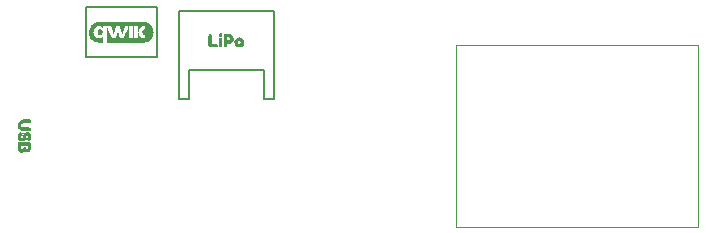
<source format=gbr>
%TF.GenerationSoftware,KiCad,Pcbnew,(7.0.0-0)*%
%TF.CreationDate,2024-05-26T10:43:26+02:00*%
%TF.ProjectId,SwitchFoil,53776974-6368-4466-9f69-6c2e6b696361,rev?*%
%TF.SameCoordinates,Original*%
%TF.FileFunction,Other,User*%
%FSLAX46Y46*%
G04 Gerber Fmt 4.6, Leading zero omitted, Abs format (unit mm)*
G04 Created by KiCad (PCBNEW (7.0.0-0)) date 2024-05-26 10:43:26*
%MOMM*%
%LPD*%
G01*
G04 APERTURE LIST*
%ADD10C,0.152400*%
%ADD11C,0.100000*%
G04 APERTURE END LIST*
D10*
%TO.C,U1*%
X105338415Y-78231720D02*
X99338415Y-78231720D01*
X105338415Y-78231720D02*
X105338415Y-82481720D01*
X115223415Y-78561720D02*
X107223415Y-78561720D01*
X107223415Y-78561720D02*
X107228415Y-86061720D01*
D11*
X151142165Y-81475470D02*
X151142165Y-96875470D01*
X130692165Y-81475470D02*
X151142165Y-81475470D01*
D10*
X105338415Y-82481720D02*
X99338415Y-82481720D01*
X99338415Y-82481720D02*
X99338415Y-78231720D01*
X114428415Y-83561720D02*
X114428415Y-86061720D01*
X108028415Y-83561720D02*
X114428415Y-83561720D01*
X115228415Y-86061720D02*
X115223415Y-78561720D01*
X114428415Y-86061720D02*
X115228415Y-86061720D01*
X108028415Y-86061720D02*
X108028415Y-83561720D01*
X107228415Y-86061720D02*
X108028415Y-86061720D01*
D11*
X151142165Y-96875470D02*
X130692165Y-96875470D01*
X130692165Y-96875470D02*
X130692165Y-81475470D01*
G36*
X110813840Y-80500695D02*
G01*
X110857496Y-80537208D01*
X110872578Y-80580864D01*
X110874959Y-80634045D01*
X110872578Y-80688020D01*
X110857496Y-80730089D01*
X110813840Y-80765807D01*
X110730496Y-80776920D01*
X110648740Y-80765807D01*
X110605084Y-80729295D01*
X110590002Y-80685639D01*
X110587621Y-80632457D01*
X110590002Y-80579276D01*
X110605084Y-80536414D01*
X110649534Y-80500695D01*
X110732084Y-80489582D01*
X110813840Y-80500695D01*
G37*
G36*
X110813840Y-80865820D02*
G01*
X110857496Y-80902333D01*
X110872578Y-80945989D01*
X110874959Y-81000758D01*
X110874959Y-81516695D01*
X110872578Y-81570670D01*
X110857496Y-81612739D01*
X110813840Y-81648458D01*
X110730496Y-81659570D01*
X110648740Y-81648458D01*
X110605084Y-81612739D01*
X110590002Y-81569876D01*
X110587621Y-81515108D01*
X110587621Y-80997583D01*
X110590002Y-80944401D01*
X110605084Y-80901539D01*
X110649534Y-80865820D01*
X110732084Y-80854708D01*
X110813840Y-80865820D01*
G37*
G36*
X109936746Y-80559433D02*
G01*
X109981196Y-80595945D01*
X109996277Y-80639601D01*
X109998659Y-80694370D01*
X109998659Y-81411920D01*
X110386009Y-81411920D01*
X110431252Y-81414301D01*
X110467765Y-81427001D01*
X110498721Y-81464308D01*
X110508246Y-81535745D01*
X110498721Y-81605595D01*
X110467765Y-81643695D01*
X110429665Y-81657189D01*
X110384421Y-81659570D01*
X109852609Y-81659570D01*
X109770059Y-81648458D01*
X109725609Y-81611945D01*
X109710527Y-81568289D01*
X109708146Y-81513520D01*
X109708146Y-80692783D01*
X109710527Y-80639601D01*
X109725609Y-80595945D01*
X109770059Y-80559433D01*
X109854196Y-80548320D01*
X109936746Y-80559433D01*
G37*
G36*
X112216749Y-81660717D02*
G01*
X112119912Y-81621294D01*
X112029071Y-81555589D01*
X111955870Y-81469776D01*
X111911949Y-81370028D01*
X111897309Y-81256345D01*
X111897508Y-81254758D01*
X112187821Y-81254758D01*
X112229096Y-81351595D01*
X112316409Y-81383345D01*
X112405309Y-81351595D01*
X112448171Y-81253170D01*
X112411659Y-81159508D01*
X112314821Y-81124583D01*
X112225128Y-81161889D01*
X112187821Y-81254758D01*
X111897508Y-81254758D01*
X111911067Y-81146367D01*
X111952342Y-81047148D01*
X112021134Y-80958689D01*
X112108975Y-80889456D01*
X112207400Y-80847917D01*
X112316409Y-80834070D01*
X112427975Y-80847652D01*
X112527723Y-80888398D01*
X112615652Y-80956308D01*
X112684003Y-81043796D01*
X112725014Y-81143280D01*
X112738684Y-81254758D01*
X112724132Y-81371703D01*
X112680475Y-81472774D01*
X112607715Y-81557970D01*
X112517492Y-81622352D01*
X112421448Y-81660981D01*
X112319584Y-81673858D01*
X112316409Y-81673452D01*
X112216749Y-81660717D01*
G37*
G36*
X100578886Y-80153546D02*
G01*
X100621100Y-80167431D01*
X100659386Y-80192012D01*
X100669389Y-80200568D01*
X100703606Y-80238324D01*
X100727792Y-80281659D01*
X100742407Y-80331901D01*
X100747906Y-80390379D01*
X100747218Y-80426408D01*
X100745040Y-80458211D01*
X100741555Y-80481882D01*
X100735442Y-80502578D01*
X100725381Y-80525455D01*
X100718120Y-80539986D01*
X100689629Y-80585235D01*
X100655608Y-80618886D01*
X100614698Y-80641838D01*
X100565542Y-80654991D01*
X100540077Y-80657976D01*
X100512628Y-80657777D01*
X100484346Y-80654080D01*
X100475915Y-80652070D01*
X100425125Y-80631564D01*
X100383402Y-80601442D01*
X100350951Y-80561988D01*
X100327980Y-80513490D01*
X100314695Y-80456235D01*
X100311762Y-80424654D01*
X100312777Y-80360741D01*
X100323266Y-80305400D01*
X100343628Y-80257496D01*
X100374266Y-80215893D01*
X100391462Y-80198968D01*
X100429075Y-80171886D01*
X100470676Y-80155678D01*
X100519029Y-80149348D01*
X100529536Y-80149180D01*
X100578886Y-80153546D01*
G37*
G36*
X111276596Y-81513520D02*
G01*
X111274215Y-81568289D01*
X111259134Y-81611151D01*
X111214684Y-81646870D01*
X111130546Y-81657983D01*
X111047996Y-81646870D01*
X111003546Y-81610358D01*
X110988465Y-81566701D01*
X110986084Y-81511933D01*
X110986084Y-80838833D01*
X111276596Y-80838833D01*
X111276596Y-81070608D01*
X111448046Y-81070608D01*
X111526628Y-81042033D01*
X111563934Y-80954720D01*
X111529803Y-80872170D01*
X111446459Y-80838833D01*
X111276596Y-80838833D01*
X110986084Y-80838833D01*
X110986084Y-80692783D01*
X110988465Y-80639601D01*
X111003546Y-80595945D01*
X111047996Y-80559433D01*
X111132134Y-80548320D01*
X111448046Y-80548320D01*
X111512737Y-80554670D01*
X111579809Y-80573720D01*
X111646484Y-80604676D01*
X111709984Y-80646745D01*
X111766538Y-80702903D01*
X111812378Y-80776126D01*
X111842738Y-80862050D01*
X111852859Y-80956308D01*
X111842937Y-81050168D01*
X111813171Y-81134901D01*
X111767729Y-81206934D01*
X111710777Y-81262695D01*
X111646484Y-81304764D01*
X111579015Y-81335720D01*
X111511348Y-81354770D01*
X111446459Y-81361120D01*
X111276596Y-81361120D01*
X111276596Y-81513520D01*
G37*
G36*
X94589346Y-87772814D02*
G01*
X94633003Y-87787895D01*
X94669515Y-87832345D01*
X94680628Y-87916482D01*
X94669515Y-87999826D01*
X94633796Y-88043482D01*
X94589346Y-88059357D01*
X94532990Y-88062532D01*
X94090078Y-88062532D01*
X93978159Y-88078407D01*
X93884496Y-88141907D01*
X93852945Y-88196279D01*
X93842428Y-88264145D01*
X93859493Y-88345504D01*
X93910690Y-88408607D01*
X93990065Y-88449089D01*
X94091665Y-88462582D01*
X94542515Y-88462582D01*
X94594109Y-88465757D01*
X94635384Y-88481632D01*
X94669515Y-88526082D01*
X94680628Y-88608632D01*
X94669515Y-88691182D01*
X94632209Y-88735632D01*
X94587759Y-88750714D01*
X94532990Y-88753095D01*
X94086903Y-88753095D01*
X93990859Y-88744959D01*
X93896402Y-88720551D01*
X93806510Y-88681062D01*
X93724159Y-88627682D01*
X93653317Y-88558428D01*
X93597952Y-88471314D01*
X93562234Y-88370309D01*
X93550327Y-88259382D01*
X93562432Y-88148654D01*
X93598746Y-88048245D01*
X93654904Y-87961925D01*
X93726540Y-87893464D01*
X93809487Y-87840878D01*
X93899578Y-87802182D01*
X93994034Y-87778370D01*
X94090078Y-87770432D01*
X94534578Y-87770432D01*
X94589346Y-87772814D01*
G37*
G36*
X94589346Y-89707976D02*
G01*
X94633003Y-89723057D01*
X94669515Y-89767507D01*
X94680628Y-89851645D01*
X94680628Y-90223120D01*
X94669427Y-90312549D01*
X94635825Y-90392453D01*
X94579821Y-90462832D01*
X94508472Y-90517513D01*
X94428832Y-90550321D01*
X94340903Y-90561257D01*
X94248034Y-90548161D01*
X94163103Y-90508870D01*
X94051581Y-90571973D01*
X93929740Y-90593008D01*
X93834314Y-90580572D01*
X93749118Y-90545383D01*
X93674152Y-90487439D01*
X93615944Y-90413620D01*
X93581019Y-90330805D01*
X93569377Y-90238995D01*
X93569377Y-89996107D01*
X93859890Y-89996107D01*
X93859890Y-90223120D01*
X93861478Y-90245345D01*
X93870209Y-90269951D01*
X93897196Y-90293764D01*
X93947202Y-90302495D01*
X94013084Y-90281857D01*
X94028165Y-90215182D01*
X94028165Y-90194545D01*
X94055946Y-90104057D01*
X94150403Y-90077070D01*
X94241684Y-90105645D01*
X94267878Y-90202482D01*
X94267878Y-90221532D01*
X94278990Y-90259633D01*
X94328203Y-90270745D01*
X94377415Y-90254076D01*
X94390115Y-90188195D01*
X94390115Y-89996107D01*
X93859890Y-89996107D01*
X93569377Y-89996107D01*
X93569377Y-89850057D01*
X93580490Y-89767507D01*
X93617002Y-89723057D01*
X93661452Y-89707976D01*
X93717015Y-89705595D01*
X94536165Y-89705595D01*
X94589346Y-89707976D01*
G37*
G36*
X93929740Y-88888032D02*
G01*
X93966429Y-88954002D01*
X93955846Y-89022794D01*
X93897990Y-89094407D01*
X93840046Y-89158701D01*
X93824965Y-89221407D01*
X93847984Y-89315070D01*
X93921802Y-89343645D01*
X93971015Y-89302370D01*
X94008321Y-89177751D01*
X94028760Y-89102147D01*
X94050390Y-89042020D01*
X94101190Y-88953120D01*
X94169453Y-88889620D01*
X94255178Y-88851520D01*
X94358365Y-88838820D01*
X94450175Y-88850638D01*
X94530873Y-88886092D01*
X94600459Y-88945182D01*
X94653816Y-89022264D01*
X94685831Y-89111694D01*
X94696503Y-89213470D01*
X94685919Y-89333238D01*
X94654169Y-89434309D01*
X94601253Y-89516682D01*
X94519496Y-89573832D01*
X94421865Y-89535732D01*
X94344871Y-89442070D01*
X94374240Y-89335707D01*
X94389321Y-89317451D01*
X94407578Y-89295226D01*
X94419484Y-89264270D01*
X94425040Y-89211882D01*
X94405196Y-89153145D01*
X94356778Y-89127745D01*
X94305184Y-89155526D01*
X94277403Y-89218232D01*
X94257559Y-89315070D01*
X94232953Y-89416670D01*
X94191678Y-89506562D01*
X94131353Y-89576214D01*
X94045231Y-89620862D01*
X93926565Y-89635745D01*
X93850762Y-89628998D01*
X93782103Y-89608757D01*
X93674946Y-89539701D01*
X93604302Y-89442070D01*
X93563821Y-89333326D01*
X93551915Y-89227757D01*
X93559059Y-89138857D01*
X93576521Y-89064245D01*
X93602715Y-89003126D01*
X93632878Y-88953914D01*
X93663834Y-88915814D01*
X93691615Y-88888032D01*
X93713840Y-88870570D01*
X93724953Y-88861045D01*
X93828140Y-88821357D01*
X93929740Y-88888032D01*
G37*
G36*
X101087632Y-79893386D02*
G01*
X101142072Y-79893386D01*
X101325799Y-80399877D01*
X101509526Y-80906367D01*
X101676069Y-80906481D01*
X101842612Y-80906596D01*
X101937851Y-80599311D01*
X101956915Y-80537985D01*
X101974886Y-80480530D01*
X101991364Y-80428195D01*
X102005952Y-80382230D01*
X102018252Y-80343882D01*
X102027863Y-80314403D01*
X102034389Y-80295039D01*
X102037430Y-80287042D01*
X102037500Y-80286943D01*
X102040253Y-80292075D01*
X102046469Y-80308737D01*
X102055760Y-80335740D01*
X102067738Y-80371895D01*
X102082014Y-80416014D01*
X102098202Y-80466909D01*
X102115913Y-80523390D01*
X102134758Y-80584270D01*
X102137816Y-80594219D01*
X102233721Y-80906580D01*
X102399862Y-80906588D01*
X102566002Y-80906596D01*
X102750333Y-80402624D01*
X102778919Y-80324415D01*
X102806148Y-80249817D01*
X102831680Y-80179770D01*
X102855174Y-80115213D01*
X102876288Y-80057088D01*
X102894681Y-80006332D01*
X102910014Y-79963887D01*
X102921945Y-79930692D01*
X102930133Y-79907687D01*
X102934238Y-79895811D01*
X102934663Y-79894358D01*
X102928320Y-79893168D01*
X102910493Y-79892106D01*
X102882986Y-79891217D01*
X102847604Y-79890551D01*
X102806149Y-79890155D01*
X102773143Y-79890064D01*
X102981171Y-79890064D01*
X102981171Y-80398330D01*
X102981171Y-80906596D01*
X103147271Y-80906596D01*
X103313371Y-80906596D01*
X103379811Y-80906596D01*
X103545911Y-80906596D01*
X103712011Y-80906596D01*
X103712011Y-80401652D01*
X103781791Y-80401652D01*
X103782435Y-80454868D01*
X103784810Y-80498170D01*
X103789609Y-80534889D01*
X103797526Y-80568361D01*
X103809255Y-80601917D01*
X103825491Y-80638890D01*
X103835506Y-80659681D01*
X103874531Y-80724411D01*
X103923640Y-80780643D01*
X103982196Y-80827735D01*
X104027870Y-80854609D01*
X104088982Y-80882661D01*
X104147195Y-80901826D01*
X104206889Y-80913105D01*
X104272446Y-80917499D01*
X104303326Y-80917524D01*
X104366444Y-80916562D01*
X104368240Y-80782840D01*
X104370036Y-80649118D01*
X104311303Y-80646310D01*
X104263816Y-80640662D01*
X104225601Y-80628016D01*
X104193995Y-80607221D01*
X104174101Y-80586867D01*
X104145893Y-80544247D01*
X104126311Y-80495345D01*
X104115282Y-80442562D01*
X104112733Y-80388301D01*
X104118590Y-80334963D01*
X104132781Y-80284952D01*
X104155233Y-80240668D01*
X104185740Y-80204633D01*
X104218018Y-80179834D01*
X104251117Y-80164556D01*
X104289333Y-80157222D01*
X104318410Y-80155970D01*
X104370036Y-80155824D01*
X104368240Y-80017961D01*
X104366444Y-79880098D01*
X104283394Y-79881166D01*
X104217264Y-79884534D01*
X104159182Y-79893482D01*
X104104711Y-79909034D01*
X104049415Y-79932218D01*
X104037566Y-79938010D01*
X103984170Y-79970629D01*
X103932964Y-80013006D01*
X103887237Y-80061897D01*
X103850279Y-80114061D01*
X103839791Y-80132946D01*
X103818887Y-80176460D01*
X103803468Y-80216130D01*
X103792791Y-80255393D01*
X103786115Y-80297689D01*
X103782697Y-80346456D01*
X103781791Y-80401652D01*
X103712011Y-80401652D01*
X103712011Y-80398330D01*
X103712011Y-79890064D01*
X103545911Y-79890064D01*
X103379811Y-79890064D01*
X103379811Y-80398330D01*
X103379811Y-80906596D01*
X103313371Y-80906596D01*
X103313371Y-80398330D01*
X103313371Y-79890064D01*
X103147271Y-79890064D01*
X102981171Y-79890064D01*
X102773143Y-79890064D01*
X102611623Y-79890064D01*
X102516445Y-80213959D01*
X102497686Y-80277668D01*
X102479852Y-80337984D01*
X102463332Y-80393612D01*
X102448515Y-80443255D01*
X102435787Y-80485619D01*
X102425538Y-80519409D01*
X102418155Y-80543327D01*
X102414027Y-80556079D01*
X102413586Y-80557279D01*
X102412113Y-80560601D01*
X102410526Y-80562510D01*
X102408588Y-80562259D01*
X102406062Y-80559101D01*
X102402713Y-80552289D01*
X102398303Y-80541075D01*
X102392597Y-80524713D01*
X102385358Y-80502455D01*
X102376349Y-80473553D01*
X102365335Y-80437261D01*
X102352079Y-80392832D01*
X102336344Y-80339517D01*
X102317895Y-80276571D01*
X102296494Y-80203246D01*
X102271905Y-80118793D01*
X102243892Y-80022468D01*
X102238236Y-80003012D01*
X102206366Y-79893386D01*
X102046076Y-79891608D01*
X101885787Y-79889830D01*
X101869226Y-79944760D01*
X101863857Y-79962866D01*
X101855296Y-79992103D01*
X101844022Y-80030829D01*
X101830508Y-80077405D01*
X101815231Y-80130188D01*
X101798668Y-80187537D01*
X101781292Y-80247812D01*
X101771434Y-80282060D01*
X101754426Y-80340964D01*
X101738435Y-80395926D01*
X101723853Y-80445630D01*
X101711072Y-80488758D01*
X101700483Y-80523993D01*
X101692480Y-80550019D01*
X101687453Y-80565519D01*
X101685907Y-80569410D01*
X101683272Y-80564197D01*
X101677290Y-80547379D01*
X101668321Y-80520113D01*
X101656726Y-80483552D01*
X101642864Y-80438853D01*
X101627095Y-80387172D01*
X101609781Y-80329664D01*
X101591282Y-80267484D01*
X101582990Y-80239386D01*
X101564016Y-80175080D01*
X101546073Y-80114555D01*
X101529526Y-80059025D01*
X101514742Y-80009699D01*
X101502085Y-79967792D01*
X101491919Y-79934513D01*
X101484611Y-79911077D01*
X101480525Y-79898695D01*
X101479873Y-79897106D01*
X101472783Y-79894619D01*
X101454673Y-79892823D01*
X101425021Y-79891702D01*
X101383307Y-79891239D01*
X101329008Y-79891417D01*
X101308725Y-79891609D01*
X101142072Y-79893386D01*
X101087632Y-79893386D01*
X101087632Y-79890064D01*
X100918210Y-79890064D01*
X100748788Y-79890064D01*
X100748788Y-79954616D01*
X100748788Y-80019168D01*
X100713907Y-79985165D01*
X100662056Y-79942260D01*
X100604588Y-79910014D01*
X100569400Y-79896062D01*
X100535170Y-79887660D01*
X100492048Y-79882288D01*
X100444094Y-79880002D01*
X100395367Y-79880859D01*
X100349927Y-79884914D01*
X100311833Y-79892224D01*
X100310859Y-79892491D01*
X100238507Y-79919139D01*
X100173309Y-79956841D01*
X100115894Y-80005073D01*
X100066894Y-80063313D01*
X100029465Y-80125926D01*
X100004482Y-80187497D01*
X99986345Y-80257202D01*
X99975616Y-80331472D01*
X99972854Y-80406732D01*
X99976517Y-80463169D01*
X99983723Y-80516582D01*
X99992677Y-80561271D01*
X100004655Y-80601791D01*
X100020932Y-80642700D01*
X100035593Y-80674056D01*
X100073146Y-80737100D01*
X100119885Y-80792524D01*
X100174153Y-80838644D01*
X100230556Y-80872014D01*
X100302996Y-80899914D01*
X100379179Y-80915709D01*
X100448132Y-80919884D01*
X100520942Y-80914071D01*
X100587650Y-80896740D01*
X100647832Y-80868054D01*
X100701064Y-80828174D01*
X100709440Y-80820245D01*
X100748788Y-80781743D01*
X100748788Y-81030201D01*
X100748788Y-81278660D01*
X100587671Y-81277543D01*
X100541099Y-81277128D01*
X100497542Y-81276570D01*
X100459227Y-81275909D01*
X100428377Y-81275187D01*
X100407220Y-81274447D01*
X100399978Y-81274001D01*
X100295461Y-81258065D01*
X100194436Y-81230093D01*
X100097910Y-81190832D01*
X100006889Y-81141033D01*
X99922381Y-81081445D01*
X99845392Y-81012816D01*
X99776931Y-80935896D01*
X99718004Y-80851435D01*
X99669618Y-80760181D01*
X99651606Y-80717242D01*
X99619024Y-80616871D01*
X99598014Y-80515145D01*
X99588872Y-80414055D01*
X99591863Y-80315927D01*
X99608430Y-80205621D01*
X99636638Y-80101687D01*
X99676598Y-80003899D01*
X99728418Y-79912030D01*
X99792207Y-79825852D01*
X99863584Y-79749439D01*
X99944442Y-79679878D01*
X100031019Y-79621850D01*
X100124318Y-79574803D01*
X100225341Y-79538184D01*
X100268600Y-79526216D01*
X100340182Y-79508034D01*
X102320093Y-79508034D01*
X102512404Y-79508036D01*
X102691884Y-79508044D01*
X102858987Y-79508061D01*
X103014171Y-79508089D01*
X103157891Y-79508131D01*
X103290604Y-79508191D01*
X103412766Y-79508270D01*
X103524832Y-79508372D01*
X103627259Y-79508499D01*
X103720504Y-79508654D01*
X103805021Y-79508841D01*
X103881268Y-79509061D01*
X103949700Y-79509318D01*
X104010773Y-79509614D01*
X104064945Y-79509952D01*
X104112670Y-79510336D01*
X104154404Y-79510767D01*
X104190605Y-79511248D01*
X104221728Y-79511783D01*
X104248229Y-79512374D01*
X104270564Y-79513025D01*
X104289190Y-79513736D01*
X104304562Y-79514513D01*
X104317137Y-79515356D01*
X104327370Y-79516270D01*
X104335719Y-79517256D01*
X104342638Y-79518319D01*
X104348585Y-79519459D01*
X104353156Y-79520479D01*
X104461117Y-79552133D01*
X104562058Y-79594717D01*
X104655461Y-79647836D01*
X104740813Y-79711093D01*
X104817596Y-79784095D01*
X104885294Y-79866446D01*
X104943392Y-79957751D01*
X104956613Y-79982427D01*
X104998134Y-80073969D01*
X105027735Y-80165708D01*
X105046061Y-80260329D01*
X105053758Y-80360519D01*
X105054098Y-80388064D01*
X105048136Y-80498486D01*
X105030170Y-80603261D01*
X105000083Y-80702681D01*
X104957757Y-80797043D01*
X104903072Y-80886639D01*
X104835911Y-80971765D01*
X104807217Y-81002874D01*
X104732123Y-81073533D01*
X104652842Y-81132984D01*
X104567771Y-81182120D01*
X104475305Y-81221832D01*
X104373841Y-81253012D01*
X104344512Y-81260125D01*
X104280072Y-81274945D01*
X102683852Y-81276934D01*
X101087632Y-81278924D01*
X101087632Y-80584494D01*
X101087632Y-79893386D01*
G37*
%TD*%
M02*

</source>
